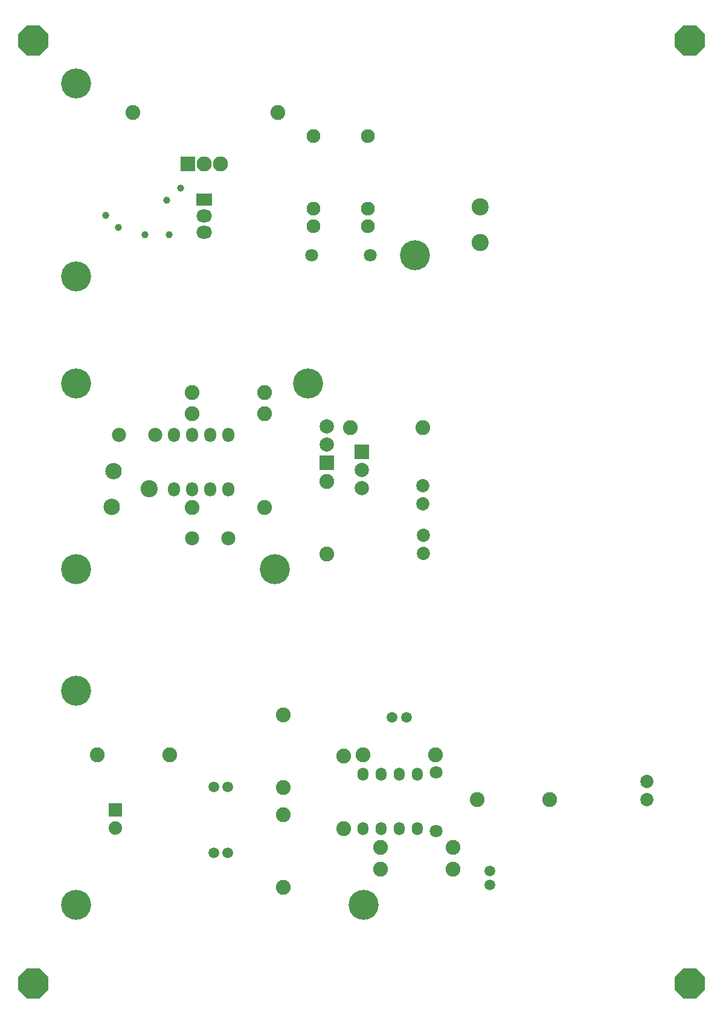
<source format=gbs>
G04*
G04 #@! TF.GenerationSoftware,Altium Limited,Altium Designer,20.0.13 (296)*
G04*
G04 Layer_Color=16711935*
%FSLAX25Y25*%
%MOIN*%
G70*
G01*
G75*
%ADD21C,0.09461*%
%ADD22C,0.07600*%
%ADD23R,0.08674X0.07099*%
%ADD24O,0.08674X0.07099*%
%ADD25C,0.08280*%
%ADD26R,0.08280X0.08280*%
%ADD27C,0.08200*%
%ADD28C,0.16548*%
%ADD29C,0.07099*%
%ADD30C,0.07300*%
%ADD31R,0.07887X0.07887*%
%ADD32C,0.07887*%
%ADD33O,0.06548X0.07985*%
%ADD34C,0.09068*%
%ADD35C,0.07800*%
%ADD36C,0.05918*%
%ADD37O,0.05997X0.07296*%
%ADD38C,0.07400*%
%ADD39R,0.07400X0.07400*%
%ADD40P,0.17912X8X22.5*%
%ADD41C,0.03950*%
D21*
X262205Y424016D02*
D03*
Y443701D02*
D03*
X79528Y288189D02*
D03*
D22*
X170433Y482679D02*
D03*
Y442679D02*
D03*
Y433069D02*
D03*
X200393D02*
D03*
X200403Y442679D02*
D03*
X200433Y482679D02*
D03*
D23*
X109843Y447638D02*
D03*
D24*
Y429528D02*
D03*
Y438583D02*
D03*
D25*
X118898Y467323D02*
D03*
X109843D02*
D03*
D26*
X100787D02*
D03*
D27*
X150630Y495669D02*
D03*
X70630D02*
D03*
X177559Y292441D02*
D03*
Y252441D02*
D03*
X190630Y322047D02*
D03*
X230630D02*
D03*
X103228Y341339D02*
D03*
X143228D02*
D03*
Y329528D02*
D03*
X103228D02*
D03*
Y277953D02*
D03*
X143228D02*
D03*
X207362Y78740D02*
D03*
X247362D02*
D03*
Y90551D02*
D03*
X207362D02*
D03*
X237520Y141732D02*
D03*
X197520D02*
D03*
X187008Y101063D02*
D03*
Y141063D02*
D03*
X153543Y108583D02*
D03*
Y68583D02*
D03*
Y163701D02*
D03*
Y123701D02*
D03*
X300512Y117126D02*
D03*
X260512D02*
D03*
X90866Y141732D02*
D03*
X50866D02*
D03*
D28*
X39370Y405512D02*
D03*
Y511811D02*
D03*
X226378Y416929D02*
D03*
X148819Y244094D02*
D03*
X167323Y346457D02*
D03*
X39370Y244094D02*
D03*
Y346457D02*
D03*
Y177165D02*
D03*
Y59055D02*
D03*
X197835D02*
D03*
D29*
X169291Y416929D02*
D03*
X201575D02*
D03*
X237795Y131890D02*
D03*
Y99606D02*
D03*
D30*
X231102Y262598D02*
D03*
Y252598D02*
D03*
X230709Y280157D02*
D03*
Y290158D02*
D03*
X354331Y117047D02*
D03*
Y127047D02*
D03*
D31*
X177559Y302598D02*
D03*
X196850Y308819D02*
D03*
D32*
X177559Y312598D02*
D03*
Y322598D02*
D03*
X196850Y298819D02*
D03*
Y288819D02*
D03*
D33*
X93268Y288150D02*
D03*
X103268D02*
D03*
X113268D02*
D03*
X123268D02*
D03*
X93268Y318150D02*
D03*
X103268D02*
D03*
X113268D02*
D03*
X123268D02*
D03*
D34*
X59843Y298029D02*
D03*
X59055Y278346D02*
D03*
D35*
X63071Y318110D02*
D03*
X83071D02*
D03*
X103386Y261024D02*
D03*
X123386D02*
D03*
D36*
X267716Y69882D02*
D03*
Y77756D02*
D03*
X213583Y162402D02*
D03*
X221457D02*
D03*
X115157Y124016D02*
D03*
X123031D02*
D03*
Y87598D02*
D03*
X115157D02*
D03*
D37*
X197598Y101142D02*
D03*
Y131142D02*
D03*
X207598Y101142D02*
D03*
Y131142D02*
D03*
X217598Y101142D02*
D03*
Y131142D02*
D03*
X227598Y101142D02*
D03*
Y131142D02*
D03*
D38*
X61024Y101299D02*
D03*
D39*
Y111299D02*
D03*
D40*
X377953Y535433D02*
D03*
X15748D02*
D03*
X377953Y15748D02*
D03*
X15748D02*
D03*
D41*
X90551Y428346D02*
D03*
X96850Y453937D02*
D03*
X89370Y447244D02*
D03*
X77165Y428346D02*
D03*
X55512Y438976D02*
D03*
X62598Y432283D02*
D03*
M02*

</source>
